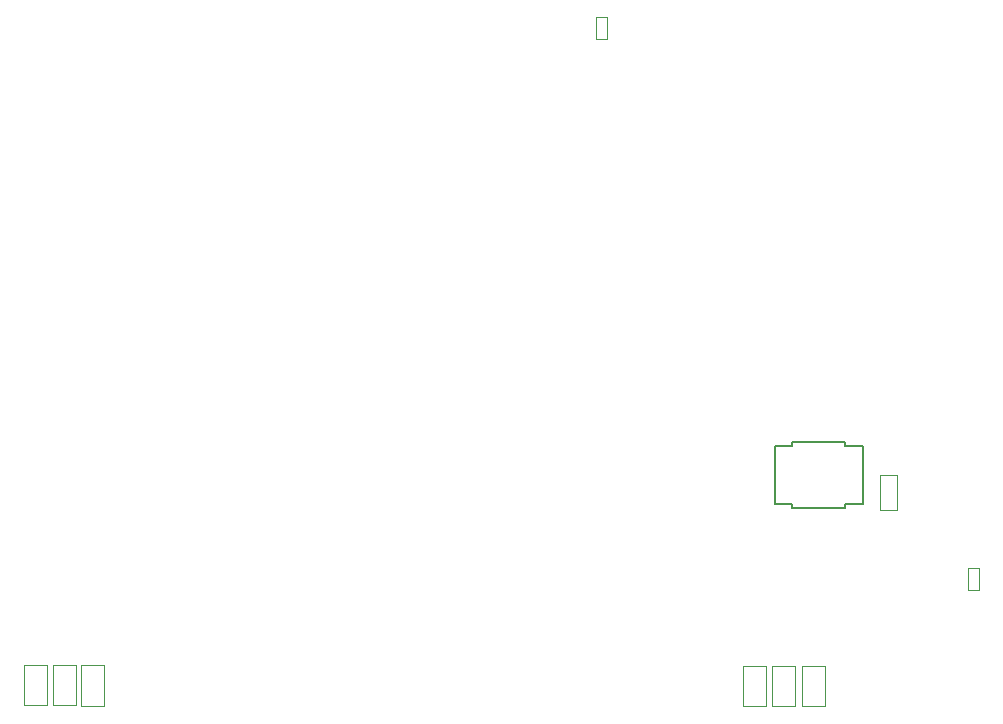
<source format=gbr>
%TF.GenerationSoftware,KiCad,Pcbnew,9.0.3*%
%TF.CreationDate,2025-09-16T13:25:35-04:00*%
%TF.ProjectId,CAEN_NEVIS_DAQ_3p3V,4341454e-5f4e-4455-9649-535f4441515f,rev?*%
%TF.SameCoordinates,Original*%
%TF.FileFunction,Other,User*%
%FSLAX46Y46*%
G04 Gerber Fmt 4.6, Leading zero omitted, Abs format (unit mm)*
G04 Created by KiCad (PCBNEW 9.0.3) date 2025-09-16 13:25:35*
%MOMM*%
%LPD*%
G01*
G04 APERTURE LIST*
%ADD10C,0.050000*%
%ADD11C,0.152400*%
G04 APERTURE END LIST*
D10*
%TO.C,C10*%
X196515000Y-98415000D02*
X198475000Y-98415000D01*
X196515000Y-101815000D02*
X196515000Y-98415000D01*
X198475000Y-98415000D02*
X198475000Y-101815000D01*
X198475000Y-101815000D02*
X196515000Y-101815000D01*
%TO.C,C9*%
X191565000Y-98355000D02*
X193525000Y-98355000D01*
X191565000Y-101755000D02*
X191565000Y-98355000D01*
X193525000Y-98355000D02*
X193525000Y-101755000D01*
X193525000Y-101755000D02*
X191565000Y-101755000D01*
%TO.C,C6*%
X133100000Y-98325000D02*
X135060000Y-98325000D01*
X133100000Y-101725000D02*
X133100000Y-98325000D01*
X135060000Y-98325000D02*
X135060000Y-101725000D01*
X135060000Y-101725000D02*
X133100000Y-101725000D01*
%TO.C,C4*%
X130690000Y-98325000D02*
X132650000Y-98325000D01*
X130690000Y-101725000D02*
X130690000Y-98325000D01*
X132650000Y-98325000D02*
X132650000Y-101725000D01*
X132650000Y-101725000D02*
X130690000Y-101725000D01*
%TO.C,R24*%
X203165000Y-82195000D02*
X204625000Y-82195000D01*
X203165000Y-85155000D02*
X203165000Y-82195000D01*
X204625000Y-82195000D02*
X204625000Y-85155000D01*
X204625000Y-85155000D02*
X203165000Y-85155000D01*
%TO.C,C7*%
X135500000Y-98335000D02*
X137460000Y-98335000D01*
X135500000Y-101735000D02*
X135500000Y-98335000D01*
X137460000Y-98335000D02*
X137460000Y-101735000D01*
X137460000Y-101735000D02*
X135500000Y-101735000D01*
D11*
%TO.C,U5*%
X194251600Y-79781600D02*
X194251600Y-84658400D01*
X194251600Y-79781600D02*
X195712100Y-79781600D01*
X194251600Y-84658400D02*
X195712100Y-84658400D01*
X195712100Y-79464100D02*
X195712100Y-79781600D01*
X195712100Y-84658400D02*
X195712100Y-84975900D01*
X195712100Y-84975900D02*
X200207900Y-84975900D01*
X200207900Y-79464100D02*
X195712100Y-79464100D01*
X200207900Y-79781600D02*
X200207900Y-79464100D01*
X200207900Y-84975900D02*
X200207900Y-84658400D01*
X201668400Y-79781600D02*
X200207900Y-79781600D01*
X201668400Y-84658400D02*
X200207900Y-84658400D01*
X201668400Y-84658400D02*
X201668400Y-79781600D01*
D10*
%TO.C,C8*%
X193985000Y-98415000D02*
X195945000Y-98415000D01*
X193985000Y-101815000D02*
X193985000Y-98415000D01*
X195945000Y-98415000D02*
X195945000Y-101815000D01*
X195945000Y-101815000D02*
X193985000Y-101815000D01*
%TO.C,C17*%
X179140000Y-43460000D02*
X180060000Y-43460000D01*
X179140000Y-45280000D02*
X179140000Y-43460000D01*
X180060000Y-43460000D02*
X180060000Y-45280000D01*
X180060000Y-45280000D02*
X179140000Y-45280000D01*
%TO.C,C12*%
X210572500Y-90127500D02*
X211492500Y-90127500D01*
X210572500Y-91947500D02*
X210572500Y-90127500D01*
X211492500Y-90127500D02*
X211492500Y-91947500D01*
X211492500Y-91947500D02*
X210572500Y-91947500D01*
%TD*%
M02*

</source>
